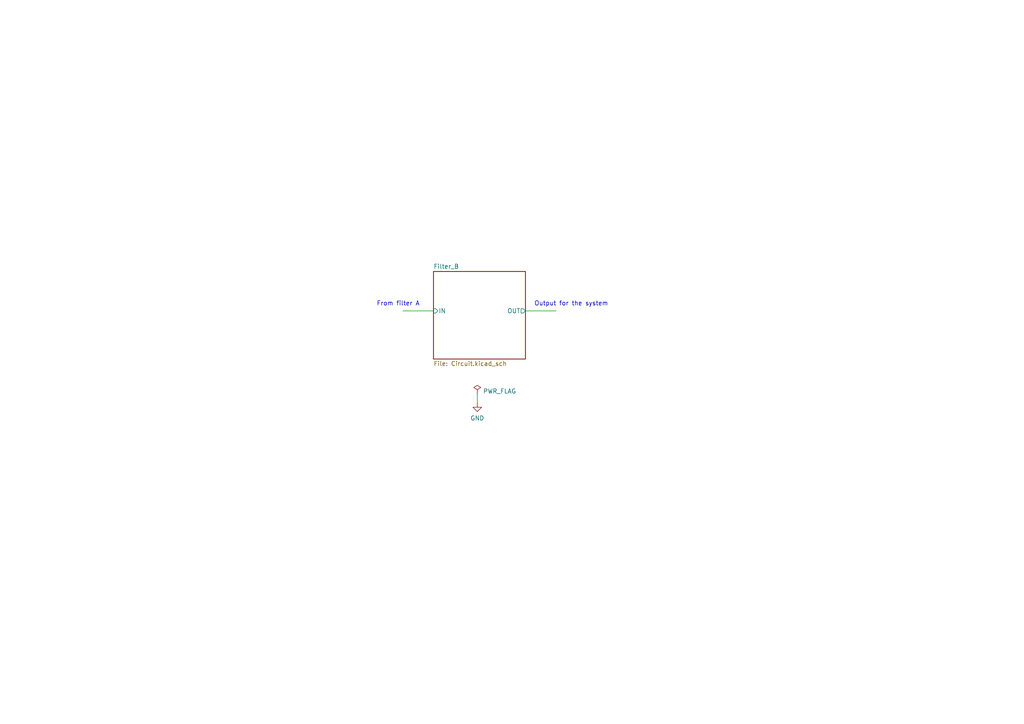
<source format=kicad_sch>
(kicad_sch (version 20211123) (generator eeschema)
  (paper "A4")
  (title_block (title "Filter B (Top level documentation)"))
  (lib_symbols
    (symbol "power:GND" (power) (pin_names (offset 0))
      (property "Value" "GND" (at 0 -3.81 0))
      (symbol "GND_0_1"
        (polyline (pts (xy 0 0) (xy 0 -1.27) (xy 1.27 -1.27) (xy 0 -2.54) (xy -1.27 -1.27) (xy 0 -1.27)))
      )
      (symbol "GND_1_1"
        (pin power_in line (at 0 0 270) (length 0) hide (name "GND") (number "1"))
      )
    )
    (symbol "power:PWR_FLAG" (power) (pin_numbers hide) (pin_names (offset 0) hide)
      (property "Value" "PWR_FLAG" (at 0 3.81 0))
      (symbol "PWR_FLAG_0_0"
        (pin power_out line (at 0 0 90) (length 0) (name "pwr") (number "1"))
      )
      (symbol "PWR_FLAG_0_1"
        (polyline (pts (xy 0 0) (xy 0 1.27) (xy -1.016 1.905) (xy 0 2.54) (xy 1.016 1.905) (xy 0 1.27)))
      )
    )
  )
  (wire (pts (xy 116.84 90.17) (xy 125.73 90.17)))
  (wire (pts (xy 138.43 114.3) (xy 138.43 116.84)))
  (wire (pts (xy 152.4 90.17) (xy 161.29 90.17)))
  (text "Output for the system" (at 154.94 88.9 0) (effects (font (size 1.27 1.27)) (justify left bottom)))
  (text "From filter A" (at 109.22 88.9 0) (effects (font (size 1.27 1.27)) (justify left bottom)))
  (symbol (lib_id "power:PWR_FLAG") (at 138.43 114.3 0) (unit 1)
    (property "Reference" "#FLG0101" (effects hide))
    (property "Value" "PWR_FLAG" (at 140.081 113.4638 0) (effects (justify left)))
  )
  (symbol (lib_id "power:GND") (at 138.43 116.84 0) (unit 1)
    (property "Reference" "#PWR0101" (effects hide))
    (property "Value" "GND" (at 138.43 121.2834 0))
  )
  (sheet (at 125.73 78.74) (size 26.67 25.4) (stroke (width 0.1524))
    (property "Sheet name" "Filter_B" (at 125.73 78.0284 0) (effects (justify left bottom)))
    (property "Sheet file" "Circuit.kicad_sch" (at 125.73 104.7246 0) (effects (justify left top)))
    (pin "IN" input (at 125.73 90.17 180))
    (pin "OUT" output (at 152.4 90.17 0))
  )
)
</source>
